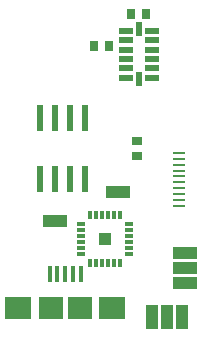
<source format=gbp>
G04 MADE WITH FRITZING*
G04 WWW.FRITZING.ORG*
G04 DOUBLE SIDED*
G04 HOLES PLATED*
G04 CONTOUR ON CENTER OF CONTOUR VECTOR*
%ASAXBY*%
%FSLAX23Y23*%
%MOIN*%
%OFA0B0*%
%SFA1.0B1.0*%
%ADD10R,0.039370X0.009843*%
%ADD11R,0.047244X0.019685*%
%ADD12R,0.019685X0.047244*%
%ADD13R,0.024000X0.087000*%
%ADD14R,0.027559X0.035433*%
%ADD15R,0.015748X0.055118*%
%ADD16R,0.078740X0.074803*%
%ADD17R,0.086614X0.074803*%
%ADD18R,0.031496X0.011811*%
%ADD19R,0.011811X0.031496*%
%ADD20R,0.039370X0.039370*%
%ADD21R,0.039370X0.078740*%
%ADD22R,0.078740X0.039370*%
%ADD23R,0.035433X0.027559*%
%LNPASTEMASK0*%
G90*
G70*
G54D10*
X587Y604D03*
X587Y584D03*
X587Y564D03*
X587Y544D03*
X587Y525D03*
X587Y505D03*
X587Y485D03*
X587Y466D03*
X587Y446D03*
X587Y426D03*
G54D11*
X412Y1011D03*
X412Y980D03*
X412Y948D03*
X412Y917D03*
X412Y885D03*
X412Y854D03*
G54D12*
X455Y850D03*
G54D11*
X499Y854D03*
X499Y885D03*
X499Y917D03*
X499Y948D03*
X499Y980D03*
X499Y1011D03*
G54D12*
X455Y1015D03*
G54D13*
X125Y721D03*
X175Y721D03*
X225Y721D03*
X275Y721D03*
X275Y515D03*
X225Y515D03*
X175Y515D03*
X125Y515D03*
G54D14*
X304Y959D03*
X355Y959D03*
G54D15*
X209Y199D03*
X234Y199D03*
X260Y199D03*
X183Y199D03*
X158Y199D03*
G54D16*
X258Y86D03*
X160Y86D03*
G54D17*
X366Y86D03*
X51Y86D03*
G54D18*
X420Y366D03*
X420Y346D03*
X420Y327D03*
X420Y307D03*
X420Y287D03*
X420Y268D03*
G54D19*
X390Y238D03*
X371Y238D03*
X351Y238D03*
X331Y238D03*
X312Y238D03*
X292Y238D03*
G54D18*
X263Y268D03*
X263Y287D03*
X263Y307D03*
X263Y327D03*
X263Y346D03*
X263Y366D03*
G54D19*
X292Y396D03*
X312Y396D03*
X331Y396D03*
X351Y396D03*
X371Y396D03*
X390Y396D03*
G54D20*
X341Y317D03*
G54D21*
X497Y56D03*
G54D22*
X175Y378D03*
X385Y473D03*
X608Y219D03*
X609Y271D03*
X608Y169D03*
G54D21*
X548Y56D03*
X598Y57D03*
G54D14*
X478Y1068D03*
X427Y1068D03*
G54D23*
X449Y644D03*
X449Y592D03*
G04 End of PasteMask0*
M02*
</source>
